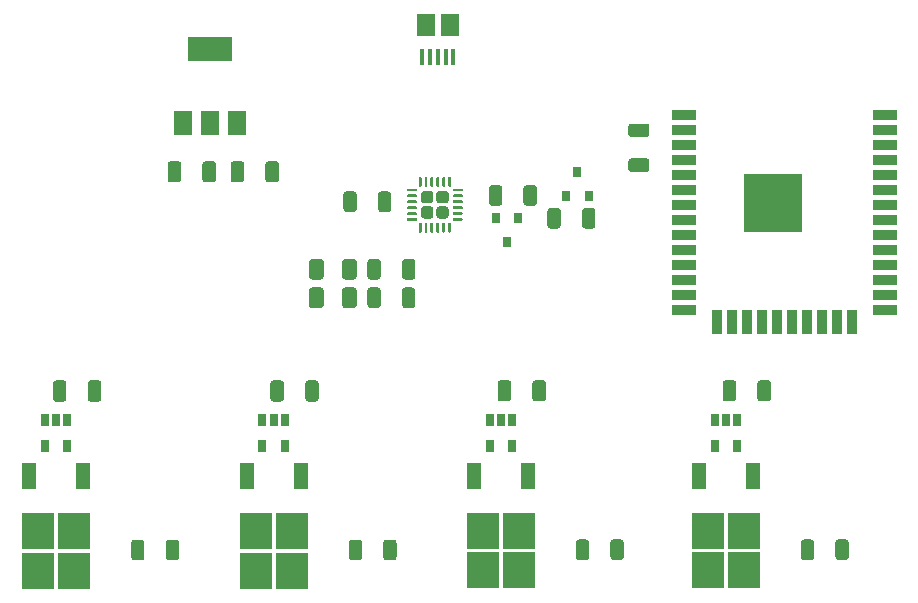
<source format=gbr>
G04 #@! TF.GenerationSoftware,KiCad,Pcbnew,5.1.9*
G04 #@! TF.CreationDate,2021-01-16T18:22:49+01:00*
G04 #@! TF.ProjectId,firework-ignition-system,66697265-776f-4726-9b2d-69676e697469,1*
G04 #@! TF.SameCoordinates,Original*
G04 #@! TF.FileFunction,Paste,Top*
G04 #@! TF.FilePolarity,Positive*
%FSLAX46Y46*%
G04 Gerber Fmt 4.6, Leading zero omitted, Abs format (unit mm)*
G04 Created by KiCad (PCBNEW 5.1.9) date 2021-01-16 18:22:49*
%MOMM*%
%LPD*%
G01*
G04 APERTURE LIST*
%ADD10R,1.500000X1.900000*%
%ADD11R,0.400000X1.350000*%
%ADD12R,0.650000X1.060000*%
%ADD13R,2.750000X3.050000*%
%ADD14R,1.200000X2.200000*%
%ADD15R,0.800000X0.900000*%
%ADD16R,2.000000X0.900000*%
%ADD17R,0.900000X2.000000*%
%ADD18R,5.000000X5.000000*%
%ADD19R,1.500000X2.000000*%
%ADD20R,3.800000X2.000000*%
G04 APERTURE END LIST*
G36*
G01*
X46090000Y48148001D02*
X46090000Y46847999D01*
G75*
G02*
X45840001Y46598000I-249999J0D01*
G01*
X45189999Y46598000D01*
G75*
G02*
X44940000Y46847999I0J249999D01*
G01*
X44940000Y48148001D01*
G75*
G02*
X45189999Y48398000I249999J0D01*
G01*
X45840001Y48398000D01*
G75*
G02*
X46090000Y48148001I0J-249999D01*
G01*
G37*
G36*
G01*
X49040000Y48148001D02*
X49040000Y46847999D01*
G75*
G02*
X48790001Y46598000I-249999J0D01*
G01*
X48139999Y46598000D01*
G75*
G02*
X47890000Y46847999I0J249999D01*
G01*
X47890000Y48148001D01*
G75*
G02*
X48139999Y48398000I249999J0D01*
G01*
X48790001Y48398000D01*
G75*
G02*
X49040000Y48148001I0J-249999D01*
G01*
G37*
G36*
G01*
X53224000Y46847999D02*
X53224000Y48148001D01*
G75*
G02*
X53473999Y48398000I249999J0D01*
G01*
X54124001Y48398000D01*
G75*
G02*
X54374000Y48148001I0J-249999D01*
G01*
X54374000Y46847999D01*
G75*
G02*
X54124001Y46598000I-249999J0D01*
G01*
X53473999Y46598000D01*
G75*
G02*
X53224000Y46847999I0J249999D01*
G01*
G37*
G36*
G01*
X50274000Y46847999D02*
X50274000Y48148001D01*
G75*
G02*
X50523999Y48398000I249999J0D01*
G01*
X51174001Y48398000D01*
G75*
G02*
X51424000Y48148001I0J-249999D01*
G01*
X51424000Y46847999D01*
G75*
G02*
X51174001Y46598000I-249999J0D01*
G01*
X50523999Y46598000D01*
G75*
G02*
X50274000Y46847999I0J249999D01*
G01*
G37*
G36*
G01*
X84185999Y48630000D02*
X85486001Y48630000D01*
G75*
G02*
X85736000Y48380001I0J-249999D01*
G01*
X85736000Y47729999D01*
G75*
G02*
X85486001Y47480000I-249999J0D01*
G01*
X84185999Y47480000D01*
G75*
G02*
X83936000Y47729999I0J249999D01*
G01*
X83936000Y48380001D01*
G75*
G02*
X84185999Y48630000I249999J0D01*
G01*
G37*
G36*
G01*
X84185999Y51580000D02*
X85486001Y51580000D01*
G75*
G02*
X85736000Y51330001I0J-249999D01*
G01*
X85736000Y50679999D01*
G75*
G02*
X85486001Y50430000I-249999J0D01*
G01*
X84185999Y50430000D01*
G75*
G02*
X83936000Y50679999I0J249999D01*
G01*
X83936000Y51330001D01*
G75*
G02*
X84185999Y51580000I249999J0D01*
G01*
G37*
G36*
G01*
X66638999Y44579000D02*
X67189001Y44579000D01*
G75*
G02*
X67439000Y44329001I0J-249999D01*
G01*
X67439000Y43778999D01*
G75*
G02*
X67189001Y43529000I-249999J0D01*
G01*
X66638999Y43529000D01*
G75*
G02*
X66389000Y43778999I0J249999D01*
G01*
X66389000Y44329001D01*
G75*
G02*
X66638999Y44579000I249999J0D01*
G01*
G37*
G36*
G01*
X67938999Y44579000D02*
X68489001Y44579000D01*
G75*
G02*
X68739000Y44329001I0J-249999D01*
G01*
X68739000Y43778999D01*
G75*
G02*
X68489001Y43529000I-249999J0D01*
G01*
X67938999Y43529000D01*
G75*
G02*
X67689000Y43778999I0J249999D01*
G01*
X67689000Y44329001D01*
G75*
G02*
X67938999Y44579000I249999J0D01*
G01*
G37*
G36*
G01*
X66638999Y45879000D02*
X67189001Y45879000D01*
G75*
G02*
X67439000Y45629001I0J-249999D01*
G01*
X67439000Y45078999D01*
G75*
G02*
X67189001Y44829000I-249999J0D01*
G01*
X66638999Y44829000D01*
G75*
G02*
X66389000Y45078999I0J249999D01*
G01*
X66389000Y45629001D01*
G75*
G02*
X66638999Y45879000I249999J0D01*
G01*
G37*
G36*
G01*
X67938999Y45879000D02*
X68489001Y45879000D01*
G75*
G02*
X68739000Y45629001I0J-249999D01*
G01*
X68739000Y45078999D01*
G75*
G02*
X68489001Y44829000I-249999J0D01*
G01*
X67938999Y44829000D01*
G75*
G02*
X67689000Y45078999I0J249999D01*
G01*
X67689000Y45629001D01*
G75*
G02*
X67938999Y45879000I249999J0D01*
G01*
G37*
G36*
G01*
X69151500Y46079000D02*
X69851500Y46079000D01*
G75*
G02*
X69914000Y46016500I0J-62500D01*
G01*
X69914000Y45891500D01*
G75*
G02*
X69851500Y45829000I-62500J0D01*
G01*
X69151500Y45829000D01*
G75*
G02*
X69089000Y45891500I0J62500D01*
G01*
X69089000Y46016500D01*
G75*
G02*
X69151500Y46079000I62500J0D01*
G01*
G37*
G36*
G01*
X69151500Y45579000D02*
X69851500Y45579000D01*
G75*
G02*
X69914000Y45516500I0J-62500D01*
G01*
X69914000Y45391500D01*
G75*
G02*
X69851500Y45329000I-62500J0D01*
G01*
X69151500Y45329000D01*
G75*
G02*
X69089000Y45391500I0J62500D01*
G01*
X69089000Y45516500D01*
G75*
G02*
X69151500Y45579000I62500J0D01*
G01*
G37*
G36*
G01*
X69151500Y45079000D02*
X69851500Y45079000D01*
G75*
G02*
X69914000Y45016500I0J-62500D01*
G01*
X69914000Y44891500D01*
G75*
G02*
X69851500Y44829000I-62500J0D01*
G01*
X69151500Y44829000D01*
G75*
G02*
X69089000Y44891500I0J62500D01*
G01*
X69089000Y45016500D01*
G75*
G02*
X69151500Y45079000I62500J0D01*
G01*
G37*
G36*
G01*
X69151500Y44579000D02*
X69851500Y44579000D01*
G75*
G02*
X69914000Y44516500I0J-62500D01*
G01*
X69914000Y44391500D01*
G75*
G02*
X69851500Y44329000I-62500J0D01*
G01*
X69151500Y44329000D01*
G75*
G02*
X69089000Y44391500I0J62500D01*
G01*
X69089000Y44516500D01*
G75*
G02*
X69151500Y44579000I62500J0D01*
G01*
G37*
G36*
G01*
X69151500Y44079000D02*
X69851500Y44079000D01*
G75*
G02*
X69914000Y44016500I0J-62500D01*
G01*
X69914000Y43891500D01*
G75*
G02*
X69851500Y43829000I-62500J0D01*
G01*
X69151500Y43829000D01*
G75*
G02*
X69089000Y43891500I0J62500D01*
G01*
X69089000Y44016500D01*
G75*
G02*
X69151500Y44079000I62500J0D01*
G01*
G37*
G36*
G01*
X69151500Y43579000D02*
X69851500Y43579000D01*
G75*
G02*
X69914000Y43516500I0J-62500D01*
G01*
X69914000Y43391500D01*
G75*
G02*
X69851500Y43329000I-62500J0D01*
G01*
X69151500Y43329000D01*
G75*
G02*
X69089000Y43391500I0J62500D01*
G01*
X69089000Y43516500D01*
G75*
G02*
X69151500Y43579000I62500J0D01*
G01*
G37*
G36*
G01*
X68751500Y43179000D02*
X68876500Y43179000D01*
G75*
G02*
X68939000Y43116500I0J-62500D01*
G01*
X68939000Y42416500D01*
G75*
G02*
X68876500Y42354000I-62500J0D01*
G01*
X68751500Y42354000D01*
G75*
G02*
X68689000Y42416500I0J62500D01*
G01*
X68689000Y43116500D01*
G75*
G02*
X68751500Y43179000I62500J0D01*
G01*
G37*
G36*
G01*
X68251500Y43179000D02*
X68376500Y43179000D01*
G75*
G02*
X68439000Y43116500I0J-62500D01*
G01*
X68439000Y42416500D01*
G75*
G02*
X68376500Y42354000I-62500J0D01*
G01*
X68251500Y42354000D01*
G75*
G02*
X68189000Y42416500I0J62500D01*
G01*
X68189000Y43116500D01*
G75*
G02*
X68251500Y43179000I62500J0D01*
G01*
G37*
G36*
G01*
X67751500Y43179000D02*
X67876500Y43179000D01*
G75*
G02*
X67939000Y43116500I0J-62500D01*
G01*
X67939000Y42416500D01*
G75*
G02*
X67876500Y42354000I-62500J0D01*
G01*
X67751500Y42354000D01*
G75*
G02*
X67689000Y42416500I0J62500D01*
G01*
X67689000Y43116500D01*
G75*
G02*
X67751500Y43179000I62500J0D01*
G01*
G37*
G36*
G01*
X67251500Y43179000D02*
X67376500Y43179000D01*
G75*
G02*
X67439000Y43116500I0J-62500D01*
G01*
X67439000Y42416500D01*
G75*
G02*
X67376500Y42354000I-62500J0D01*
G01*
X67251500Y42354000D01*
G75*
G02*
X67189000Y42416500I0J62500D01*
G01*
X67189000Y43116500D01*
G75*
G02*
X67251500Y43179000I62500J0D01*
G01*
G37*
G36*
G01*
X66751500Y43179000D02*
X66876500Y43179000D01*
G75*
G02*
X66939000Y43116500I0J-62500D01*
G01*
X66939000Y42416500D01*
G75*
G02*
X66876500Y42354000I-62500J0D01*
G01*
X66751500Y42354000D01*
G75*
G02*
X66689000Y42416500I0J62500D01*
G01*
X66689000Y43116500D01*
G75*
G02*
X66751500Y43179000I62500J0D01*
G01*
G37*
G36*
G01*
X66251500Y43179000D02*
X66376500Y43179000D01*
G75*
G02*
X66439000Y43116500I0J-62500D01*
G01*
X66439000Y42416500D01*
G75*
G02*
X66376500Y42354000I-62500J0D01*
G01*
X66251500Y42354000D01*
G75*
G02*
X66189000Y42416500I0J62500D01*
G01*
X66189000Y43116500D01*
G75*
G02*
X66251500Y43179000I62500J0D01*
G01*
G37*
G36*
G01*
X65276500Y43579000D02*
X65976500Y43579000D01*
G75*
G02*
X66039000Y43516500I0J-62500D01*
G01*
X66039000Y43391500D01*
G75*
G02*
X65976500Y43329000I-62500J0D01*
G01*
X65276500Y43329000D01*
G75*
G02*
X65214000Y43391500I0J62500D01*
G01*
X65214000Y43516500D01*
G75*
G02*
X65276500Y43579000I62500J0D01*
G01*
G37*
G36*
G01*
X65276500Y44079000D02*
X65976500Y44079000D01*
G75*
G02*
X66039000Y44016500I0J-62500D01*
G01*
X66039000Y43891500D01*
G75*
G02*
X65976500Y43829000I-62500J0D01*
G01*
X65276500Y43829000D01*
G75*
G02*
X65214000Y43891500I0J62500D01*
G01*
X65214000Y44016500D01*
G75*
G02*
X65276500Y44079000I62500J0D01*
G01*
G37*
G36*
G01*
X65276500Y44579000D02*
X65976500Y44579000D01*
G75*
G02*
X66039000Y44516500I0J-62500D01*
G01*
X66039000Y44391500D01*
G75*
G02*
X65976500Y44329000I-62500J0D01*
G01*
X65276500Y44329000D01*
G75*
G02*
X65214000Y44391500I0J62500D01*
G01*
X65214000Y44516500D01*
G75*
G02*
X65276500Y44579000I62500J0D01*
G01*
G37*
G36*
G01*
X65276500Y45079000D02*
X65976500Y45079000D01*
G75*
G02*
X66039000Y45016500I0J-62500D01*
G01*
X66039000Y44891500D01*
G75*
G02*
X65976500Y44829000I-62500J0D01*
G01*
X65276500Y44829000D01*
G75*
G02*
X65214000Y44891500I0J62500D01*
G01*
X65214000Y45016500D01*
G75*
G02*
X65276500Y45079000I62500J0D01*
G01*
G37*
G36*
G01*
X65276500Y45579000D02*
X65976500Y45579000D01*
G75*
G02*
X66039000Y45516500I0J-62500D01*
G01*
X66039000Y45391500D01*
G75*
G02*
X65976500Y45329000I-62500J0D01*
G01*
X65276500Y45329000D01*
G75*
G02*
X65214000Y45391500I0J62500D01*
G01*
X65214000Y45516500D01*
G75*
G02*
X65276500Y45579000I62500J0D01*
G01*
G37*
G36*
G01*
X65276500Y46079000D02*
X65976500Y46079000D01*
G75*
G02*
X66039000Y46016500I0J-62500D01*
G01*
X66039000Y45891500D01*
G75*
G02*
X65976500Y45829000I-62500J0D01*
G01*
X65276500Y45829000D01*
G75*
G02*
X65214000Y45891500I0J62500D01*
G01*
X65214000Y46016500D01*
G75*
G02*
X65276500Y46079000I62500J0D01*
G01*
G37*
G36*
G01*
X66251500Y47054000D02*
X66376500Y47054000D01*
G75*
G02*
X66439000Y46991500I0J-62500D01*
G01*
X66439000Y46291500D01*
G75*
G02*
X66376500Y46229000I-62500J0D01*
G01*
X66251500Y46229000D01*
G75*
G02*
X66189000Y46291500I0J62500D01*
G01*
X66189000Y46991500D01*
G75*
G02*
X66251500Y47054000I62500J0D01*
G01*
G37*
G36*
G01*
X66751500Y47054000D02*
X66876500Y47054000D01*
G75*
G02*
X66939000Y46991500I0J-62500D01*
G01*
X66939000Y46291500D01*
G75*
G02*
X66876500Y46229000I-62500J0D01*
G01*
X66751500Y46229000D01*
G75*
G02*
X66689000Y46291500I0J62500D01*
G01*
X66689000Y46991500D01*
G75*
G02*
X66751500Y47054000I62500J0D01*
G01*
G37*
G36*
G01*
X67251500Y47054000D02*
X67376500Y47054000D01*
G75*
G02*
X67439000Y46991500I0J-62500D01*
G01*
X67439000Y46291500D01*
G75*
G02*
X67376500Y46229000I-62500J0D01*
G01*
X67251500Y46229000D01*
G75*
G02*
X67189000Y46291500I0J62500D01*
G01*
X67189000Y46991500D01*
G75*
G02*
X67251500Y47054000I62500J0D01*
G01*
G37*
G36*
G01*
X67751500Y47054000D02*
X67876500Y47054000D01*
G75*
G02*
X67939000Y46991500I0J-62500D01*
G01*
X67939000Y46291500D01*
G75*
G02*
X67876500Y46229000I-62500J0D01*
G01*
X67751500Y46229000D01*
G75*
G02*
X67689000Y46291500I0J62500D01*
G01*
X67689000Y46991500D01*
G75*
G02*
X67751500Y47054000I62500J0D01*
G01*
G37*
G36*
G01*
X68251500Y47054000D02*
X68376500Y47054000D01*
G75*
G02*
X68439000Y46991500I0J-62500D01*
G01*
X68439000Y46291500D01*
G75*
G02*
X68376500Y46229000I-62500J0D01*
G01*
X68251500Y46229000D01*
G75*
G02*
X68189000Y46291500I0J62500D01*
G01*
X68189000Y46991500D01*
G75*
G02*
X68251500Y47054000I62500J0D01*
G01*
G37*
G36*
G01*
X68751500Y47054000D02*
X68876500Y47054000D01*
G75*
G02*
X68939000Y46991500I0J-62500D01*
G01*
X68939000Y46291500D01*
G75*
G02*
X68876500Y46229000I-62500J0D01*
G01*
X68751500Y46229000D01*
G75*
G02*
X68689000Y46291500I0J62500D01*
G01*
X68689000Y46991500D01*
G75*
G02*
X68751500Y47054000I62500J0D01*
G01*
G37*
D10*
X68818000Y59911500D03*
D11*
X67818000Y57211500D03*
X67168000Y57211500D03*
X66518000Y57211500D03*
X69118000Y57211500D03*
X68468000Y57211500D03*
D10*
X66818000Y59911500D03*
D12*
X54862000Y24279600D03*
X52962000Y24279600D03*
X52962000Y26479600D03*
X53912000Y26479600D03*
X54862000Y26479600D03*
X74102000Y24300000D03*
X72202000Y24300000D03*
X72202000Y26500000D03*
X73152000Y26500000D03*
X74102000Y26500000D03*
X36448400Y24279600D03*
X34548400Y24279600D03*
X34548400Y26479600D03*
X35498400Y26479600D03*
X36448400Y26479600D03*
X93152000Y24300000D03*
X91252000Y24300000D03*
X91252000Y26500000D03*
X92202000Y26500000D03*
X93152000Y26500000D03*
G36*
G01*
X61394000Y16098601D02*
X61394000Y14848599D01*
G75*
G02*
X61144001Y14598600I-249999J0D01*
G01*
X60518999Y14598600D01*
G75*
G02*
X60269000Y14848599I0J249999D01*
G01*
X60269000Y16098601D01*
G75*
G02*
X60518999Y16348600I249999J0D01*
G01*
X61144001Y16348600D01*
G75*
G02*
X61394000Y16098601I0J-249999D01*
G01*
G37*
G36*
G01*
X64319000Y16098601D02*
X64319000Y14848599D01*
G75*
G02*
X64069001Y14598600I-249999J0D01*
G01*
X63443999Y14598600D01*
G75*
G02*
X63194000Y14848599I0J249999D01*
G01*
X63194000Y16098601D01*
G75*
G02*
X63443999Y16348600I249999J0D01*
G01*
X64069001Y16348600D01*
G75*
G02*
X64319000Y16098601I0J-249999D01*
G01*
G37*
G36*
G01*
X80634000Y16119001D02*
X80634000Y14868999D01*
G75*
G02*
X80384001Y14619000I-249999J0D01*
G01*
X79758999Y14619000D01*
G75*
G02*
X79509000Y14868999I0J249999D01*
G01*
X79509000Y16119001D01*
G75*
G02*
X79758999Y16369000I249999J0D01*
G01*
X80384001Y16369000D01*
G75*
G02*
X80634000Y16119001I0J-249999D01*
G01*
G37*
G36*
G01*
X83559000Y16119001D02*
X83559000Y14868999D01*
G75*
G02*
X83309001Y14619000I-249999J0D01*
G01*
X82683999Y14619000D01*
G75*
G02*
X82434000Y14868999I0J249999D01*
G01*
X82434000Y16119001D01*
G75*
G02*
X82683999Y16369000I249999J0D01*
G01*
X83309001Y16369000D01*
G75*
G02*
X83559000Y16119001I0J-249999D01*
G01*
G37*
G36*
G01*
X42980400Y16098601D02*
X42980400Y14848599D01*
G75*
G02*
X42730401Y14598600I-249999J0D01*
G01*
X42105399Y14598600D01*
G75*
G02*
X41855400Y14848599I0J249999D01*
G01*
X41855400Y16098601D01*
G75*
G02*
X42105399Y16348600I249999J0D01*
G01*
X42730401Y16348600D01*
G75*
G02*
X42980400Y16098601I0J-249999D01*
G01*
G37*
G36*
G01*
X45905400Y16098601D02*
X45905400Y14848599D01*
G75*
G02*
X45655401Y14598600I-249999J0D01*
G01*
X45030399Y14598600D01*
G75*
G02*
X44780400Y14848599I0J249999D01*
G01*
X44780400Y16098601D01*
G75*
G02*
X45030399Y16348600I249999J0D01*
G01*
X45655401Y16348600D01*
G75*
G02*
X45905400Y16098601I0J-249999D01*
G01*
G37*
G36*
G01*
X99684000Y16119001D02*
X99684000Y14868999D01*
G75*
G02*
X99434001Y14619000I-249999J0D01*
G01*
X98808999Y14619000D01*
G75*
G02*
X98559000Y14868999I0J249999D01*
G01*
X98559000Y16119001D01*
G75*
G02*
X98808999Y16369000I249999J0D01*
G01*
X99434001Y16369000D01*
G75*
G02*
X99684000Y16119001I0J-249999D01*
G01*
G37*
G36*
G01*
X102609000Y16119001D02*
X102609000Y14868999D01*
G75*
G02*
X102359001Y14619000I-249999J0D01*
G01*
X101733999Y14619000D01*
G75*
G02*
X101484000Y14868999I0J249999D01*
G01*
X101484000Y16119001D01*
G75*
G02*
X101733999Y16369000I249999J0D01*
G01*
X102359001Y16369000D01*
G75*
G02*
X102609000Y16119001I0J-249999D01*
G01*
G37*
D13*
X52387000Y17080600D03*
X55437000Y13730600D03*
X55437000Y17080600D03*
X52387000Y13730600D03*
D14*
X51632000Y21705600D03*
X56192000Y21705600D03*
D13*
X71627000Y17101000D03*
X74677000Y13751000D03*
X74677000Y17101000D03*
X71627000Y13751000D03*
D14*
X70872000Y21726000D03*
X75432000Y21726000D03*
D13*
X33973400Y17080600D03*
X37023400Y13730600D03*
X37023400Y17080600D03*
X33973400Y13730600D03*
D14*
X33218400Y21705600D03*
X37778400Y21705600D03*
D13*
X90677000Y17101000D03*
X93727000Y13751000D03*
X93727000Y17101000D03*
X90677000Y13751000D03*
D14*
X89922000Y21726000D03*
X94482000Y21726000D03*
G36*
G01*
X56590000Y28285599D02*
X56590000Y29585601D01*
G75*
G02*
X56839999Y29835600I249999J0D01*
G01*
X57490001Y29835600D01*
G75*
G02*
X57740000Y29585601I0J-249999D01*
G01*
X57740000Y28285599D01*
G75*
G02*
X57490001Y28035600I-249999J0D01*
G01*
X56839999Y28035600D01*
G75*
G02*
X56590000Y28285599I0J249999D01*
G01*
G37*
G36*
G01*
X53640000Y28285599D02*
X53640000Y29585601D01*
G75*
G02*
X53889999Y29835600I249999J0D01*
G01*
X54540001Y29835600D01*
G75*
G02*
X54790000Y29585601I0J-249999D01*
G01*
X54790000Y28285599D01*
G75*
G02*
X54540001Y28035600I-249999J0D01*
G01*
X53889999Y28035600D01*
G75*
G02*
X53640000Y28285599I0J249999D01*
G01*
G37*
G36*
G01*
X75830000Y28305999D02*
X75830000Y29606001D01*
G75*
G02*
X76079999Y29856000I249999J0D01*
G01*
X76730001Y29856000D01*
G75*
G02*
X76980000Y29606001I0J-249999D01*
G01*
X76980000Y28305999D01*
G75*
G02*
X76730001Y28056000I-249999J0D01*
G01*
X76079999Y28056000D01*
G75*
G02*
X75830000Y28305999I0J249999D01*
G01*
G37*
G36*
G01*
X72880000Y28305999D02*
X72880000Y29606001D01*
G75*
G02*
X73129999Y29856000I249999J0D01*
G01*
X73780001Y29856000D01*
G75*
G02*
X74030000Y29606001I0J-249999D01*
G01*
X74030000Y28305999D01*
G75*
G02*
X73780001Y28056000I-249999J0D01*
G01*
X73129999Y28056000D01*
G75*
G02*
X72880000Y28305999I0J249999D01*
G01*
G37*
G36*
G01*
X38176400Y28285599D02*
X38176400Y29585601D01*
G75*
G02*
X38426399Y29835600I249999J0D01*
G01*
X39076401Y29835600D01*
G75*
G02*
X39326400Y29585601I0J-249999D01*
G01*
X39326400Y28285599D01*
G75*
G02*
X39076401Y28035600I-249999J0D01*
G01*
X38426399Y28035600D01*
G75*
G02*
X38176400Y28285599I0J249999D01*
G01*
G37*
G36*
G01*
X35226400Y28285599D02*
X35226400Y29585601D01*
G75*
G02*
X35476399Y29835600I249999J0D01*
G01*
X36126401Y29835600D01*
G75*
G02*
X36376400Y29585601I0J-249999D01*
G01*
X36376400Y28285599D01*
G75*
G02*
X36126401Y28035600I-249999J0D01*
G01*
X35476399Y28035600D01*
G75*
G02*
X35226400Y28285599I0J249999D01*
G01*
G37*
G36*
G01*
X94880000Y28305999D02*
X94880000Y29606001D01*
G75*
G02*
X95129999Y29856000I249999J0D01*
G01*
X95780001Y29856000D01*
G75*
G02*
X96030000Y29606001I0J-249999D01*
G01*
X96030000Y28305999D01*
G75*
G02*
X95780001Y28056000I-249999J0D01*
G01*
X95129999Y28056000D01*
G75*
G02*
X94880000Y28305999I0J249999D01*
G01*
G37*
G36*
G01*
X91930000Y28305999D02*
X91930000Y29606001D01*
G75*
G02*
X92179999Y29856000I249999J0D01*
G01*
X92830001Y29856000D01*
G75*
G02*
X93080000Y29606001I0J-249999D01*
G01*
X93080000Y28305999D01*
G75*
G02*
X92830001Y28056000I-249999J0D01*
G01*
X92179999Y28056000D01*
G75*
G02*
X91930000Y28305999I0J249999D01*
G01*
G37*
G36*
G01*
X62749000Y44332998D02*
X62749000Y45583002D01*
G75*
G02*
X62998998Y45833000I249998J0D01*
G01*
X63624002Y45833000D01*
G75*
G02*
X63874000Y45583002I0J-249998D01*
G01*
X63874000Y44332998D01*
G75*
G02*
X63624002Y44083000I-249998J0D01*
G01*
X62998998Y44083000D01*
G75*
G02*
X62749000Y44332998I0J249998D01*
G01*
G37*
G36*
G01*
X59824000Y44332998D02*
X59824000Y45583002D01*
G75*
G02*
X60073998Y45833000I249998J0D01*
G01*
X60699002Y45833000D01*
G75*
G02*
X60949000Y45583002I0J-249998D01*
G01*
X60949000Y44332998D01*
G75*
G02*
X60699002Y44083000I-249998J0D01*
G01*
X60073998Y44083000D01*
G75*
G02*
X59824000Y44332998I0J249998D01*
G01*
G37*
G36*
G01*
X64781000Y36204998D02*
X64781000Y37455002D01*
G75*
G02*
X65030998Y37705000I249998J0D01*
G01*
X65656002Y37705000D01*
G75*
G02*
X65906000Y37455002I0J-249998D01*
G01*
X65906000Y36204998D01*
G75*
G02*
X65656002Y35955000I-249998J0D01*
G01*
X65030998Y35955000D01*
G75*
G02*
X64781000Y36204998I0J249998D01*
G01*
G37*
G36*
G01*
X61856000Y36204998D02*
X61856000Y37455002D01*
G75*
G02*
X62105998Y37705000I249998J0D01*
G01*
X62731002Y37705000D01*
G75*
G02*
X62981000Y37455002I0J-249998D01*
G01*
X62981000Y36204998D01*
G75*
G02*
X62731002Y35955000I-249998J0D01*
G01*
X62105998Y35955000D01*
G75*
G02*
X61856000Y36204998I0J249998D01*
G01*
G37*
G36*
G01*
X58153000Y39868000D02*
X58153000Y38618000D01*
G75*
G02*
X57903000Y38368000I-250000J0D01*
G01*
X57153000Y38368000D01*
G75*
G02*
X56903000Y38618000I0J250000D01*
G01*
X56903000Y39868000D01*
G75*
G02*
X57153000Y40118000I250000J0D01*
G01*
X57903000Y40118000D01*
G75*
G02*
X58153000Y39868000I0J-250000D01*
G01*
G37*
G36*
G01*
X60953000Y39868000D02*
X60953000Y38618000D01*
G75*
G02*
X60703000Y38368000I-250000J0D01*
G01*
X59953000Y38368000D01*
G75*
G02*
X59703000Y38618000I0J250000D01*
G01*
X59703000Y39868000D01*
G75*
G02*
X59953000Y40118000I250000J0D01*
G01*
X60703000Y40118000D01*
G75*
G02*
X60953000Y39868000I0J-250000D01*
G01*
G37*
G36*
G01*
X58153000Y37455000D02*
X58153000Y36205000D01*
G75*
G02*
X57903000Y35955000I-250000J0D01*
G01*
X57153000Y35955000D01*
G75*
G02*
X56903000Y36205000I0J250000D01*
G01*
X56903000Y37455000D01*
G75*
G02*
X57153000Y37705000I250000J0D01*
G01*
X57903000Y37705000D01*
G75*
G02*
X58153000Y37455000I0J-250000D01*
G01*
G37*
G36*
G01*
X60953000Y37455000D02*
X60953000Y36205000D01*
G75*
G02*
X60703000Y35955000I-250000J0D01*
G01*
X59953000Y35955000D01*
G75*
G02*
X59703000Y36205000I0J250000D01*
G01*
X59703000Y37455000D01*
G75*
G02*
X59953000Y37705000I250000J0D01*
G01*
X60703000Y37705000D01*
G75*
G02*
X60953000Y37455000I0J-250000D01*
G01*
G37*
G36*
G01*
X75068000Y44866398D02*
X75068000Y46116402D01*
G75*
G02*
X75317998Y46366400I249998J0D01*
G01*
X75943002Y46366400D01*
G75*
G02*
X76193000Y46116402I0J-249998D01*
G01*
X76193000Y44866398D01*
G75*
G02*
X75943002Y44616400I-249998J0D01*
G01*
X75317998Y44616400D01*
G75*
G02*
X75068000Y44866398I0J249998D01*
G01*
G37*
G36*
G01*
X72143000Y44866398D02*
X72143000Y46116402D01*
G75*
G02*
X72392998Y46366400I249998J0D01*
G01*
X73018002Y46366400D01*
G75*
G02*
X73268000Y46116402I0J-249998D01*
G01*
X73268000Y44866398D01*
G75*
G02*
X73018002Y44616400I-249998J0D01*
G01*
X72392998Y44616400D01*
G75*
G02*
X72143000Y44866398I0J249998D01*
G01*
G37*
G36*
G01*
X78221000Y44186002D02*
X78221000Y42935998D01*
G75*
G02*
X77971002Y42686000I-249998J0D01*
G01*
X77345998Y42686000D01*
G75*
G02*
X77096000Y42935998I0J249998D01*
G01*
X77096000Y44186002D01*
G75*
G02*
X77345998Y44436000I249998J0D01*
G01*
X77971002Y44436000D01*
G75*
G02*
X78221000Y44186002I0J-249998D01*
G01*
G37*
G36*
G01*
X81146000Y44186002D02*
X81146000Y42935998D01*
G75*
G02*
X80896002Y42686000I-249998J0D01*
G01*
X80270998Y42686000D01*
G75*
G02*
X80021000Y42935998I0J249998D01*
G01*
X80021000Y44186002D01*
G75*
G02*
X80270998Y44436000I249998J0D01*
G01*
X80896002Y44436000D01*
G75*
G02*
X81146000Y44186002I0J-249998D01*
G01*
G37*
G36*
G01*
X64781000Y38617998D02*
X64781000Y39868002D01*
G75*
G02*
X65030998Y40118000I249998J0D01*
G01*
X65656002Y40118000D01*
G75*
G02*
X65906000Y39868002I0J-249998D01*
G01*
X65906000Y38617998D01*
G75*
G02*
X65656002Y38368000I-249998J0D01*
G01*
X65030998Y38368000D01*
G75*
G02*
X64781000Y38617998I0J249998D01*
G01*
G37*
G36*
G01*
X61856000Y38617998D02*
X61856000Y39868002D01*
G75*
G02*
X62105998Y40118000I249998J0D01*
G01*
X62731002Y40118000D01*
G75*
G02*
X62981000Y39868002I0J-249998D01*
G01*
X62981000Y38617998D01*
G75*
G02*
X62731002Y38368000I-249998J0D01*
G01*
X62105998Y38368000D01*
G75*
G02*
X61856000Y38617998I0J249998D01*
G01*
G37*
D15*
X79629000Y47482000D03*
X80579000Y45482000D03*
X78679000Y45482000D03*
X73660000Y41545000D03*
X72710000Y43545000D03*
X74610000Y43545000D03*
D16*
X105655000Y52324000D03*
X105655000Y51054000D03*
X105655000Y49784000D03*
X105655000Y48514000D03*
X105655000Y47244000D03*
X105655000Y45974000D03*
X105655000Y44704000D03*
X105655000Y43434000D03*
X105655000Y42164000D03*
X105655000Y40894000D03*
X105655000Y39624000D03*
X105655000Y38354000D03*
X105655000Y37084000D03*
X105655000Y35814000D03*
D17*
X102870000Y34814000D03*
X101600000Y34814000D03*
X100330000Y34814000D03*
X99060000Y34814000D03*
X97790000Y34814000D03*
X96520000Y34814000D03*
X95250000Y34814000D03*
X93980000Y34814000D03*
X92710000Y34814000D03*
X91440000Y34814000D03*
D16*
X88655000Y35814000D03*
X88655000Y37084000D03*
X88655000Y38354000D03*
X88655000Y39624000D03*
X88655000Y40894000D03*
X88655000Y42164000D03*
X88655000Y43434000D03*
X88655000Y44704000D03*
X88655000Y45974000D03*
X88655000Y47244000D03*
X88655000Y48514000D03*
X88655000Y49784000D03*
X88655000Y51054000D03*
X88655000Y52324000D03*
D18*
X96155000Y44824000D03*
D19*
X46214000Y51587000D03*
X50814000Y51587000D03*
X48514000Y51587000D03*
D20*
X48514000Y57887000D03*
M02*

</source>
